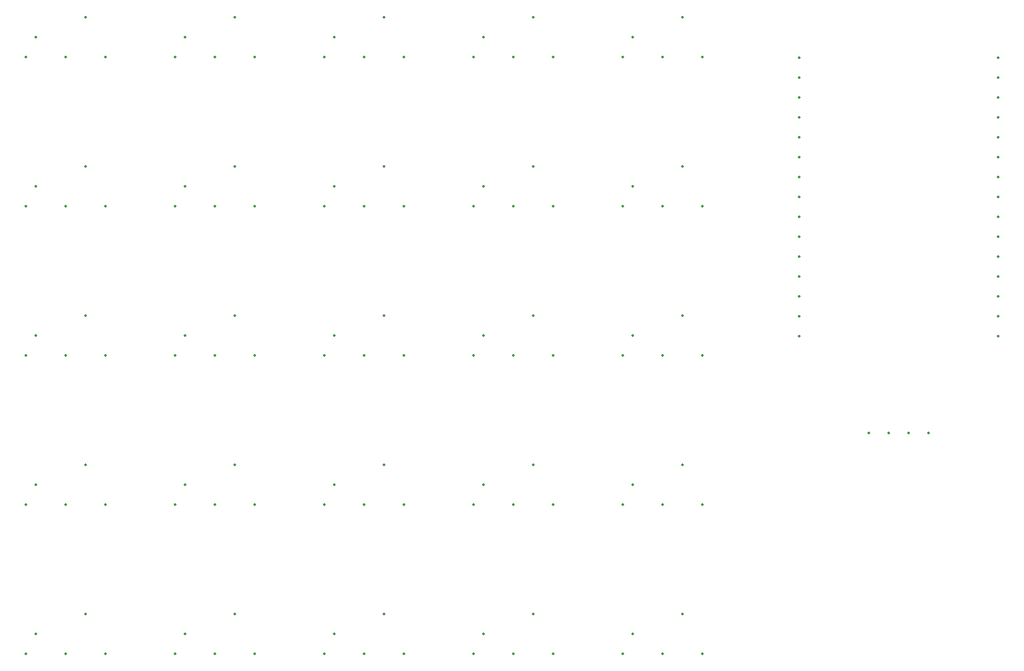
<source format=gbo>
%TF.GenerationSoftware,KiCad,Pcbnew,8.0.6*%
%TF.CreationDate,2024-10-21T09:58:38+07:00*%
%TF.ProjectId,CaiPad25_ESP32,43616950-6164-4323-955f-45535033322e,rev?*%
%TF.SameCoordinates,Original*%
%TF.FileFunction,Legend,Bot*%
%TF.FilePolarity,Positive*%
%FSLAX46Y46*%
G04 Gerber Fmt 4.6, Leading zero omitted, Abs format (unit mm)*
G04 Created by KiCad (PCBNEW 8.0.6) date 2024-10-21 09:58:38*
%MOMM*%
%LPD*%
G01*
G04 APERTURE LIST*
%ADD10C,0.350000*%
G04 APERTURE END LIST*
D10*
X61595000Y-66675000D03*
X66675000Y-66675000D03*
X71755000Y-66675000D03*
X62865000Y-64135000D03*
X69215000Y-61595000D03*
X61595000Y-85725000D03*
X66675000Y-85725000D03*
X71755000Y-85725000D03*
X62865000Y-83185000D03*
X69215000Y-80645000D03*
X99695000Y-47625000D03*
X104775000Y-47625000D03*
X109855000Y-47625000D03*
X100965000Y-45085000D03*
X107315000Y-42545000D03*
X42545000Y-104775000D03*
X47625000Y-104775000D03*
X52705000Y-104775000D03*
X43815000Y-102235000D03*
X50165000Y-99695000D03*
X99695000Y-85725000D03*
X104775000Y-85725000D03*
X109855000Y-85725000D03*
X100965000Y-83185000D03*
X107315000Y-80645000D03*
X42545000Y-123825000D03*
X47625000Y-123825000D03*
X52705000Y-123825000D03*
X43815000Y-121285000D03*
X50165000Y-118745000D03*
X118745000Y-47625000D03*
X123825000Y-47625000D03*
X128905000Y-47625000D03*
X120015000Y-45085000D03*
X126365000Y-42545000D03*
X80645000Y-47625000D03*
X85725000Y-47625000D03*
X90805000Y-47625000D03*
X81915000Y-45085000D03*
X88265000Y-42545000D03*
X42545000Y-47625000D03*
X47625000Y-47625000D03*
X52705000Y-47625000D03*
X43815000Y-45085000D03*
X50165000Y-42545000D03*
X80645000Y-85725000D03*
X85725000Y-85725000D03*
X90805000Y-85725000D03*
X81915000Y-83185000D03*
X88265000Y-80645000D03*
X42545000Y-85725000D03*
X47625000Y-85725000D03*
X52705000Y-85725000D03*
X43815000Y-83185000D03*
X50165000Y-80645000D03*
X61595000Y-123825000D03*
X66675000Y-123825000D03*
X71755000Y-123825000D03*
X62865000Y-121285000D03*
X69215000Y-118745000D03*
X61595000Y-104775000D03*
X66675000Y-104775000D03*
X71755000Y-104775000D03*
X62865000Y-102235000D03*
X69215000Y-99695000D03*
X61595000Y-47625000D03*
X66675000Y-47625000D03*
X71755000Y-47625000D03*
X62865000Y-45085000D03*
X69215000Y-42545000D03*
X99695000Y-123825000D03*
X104775000Y-123825000D03*
X109855000Y-123825000D03*
X100965000Y-121285000D03*
X107315000Y-118745000D03*
X99695000Y-66675000D03*
X104775000Y-66675000D03*
X109855000Y-66675000D03*
X100965000Y-64135000D03*
X107315000Y-61595000D03*
X118745000Y-104775000D03*
X123825000Y-104775000D03*
X128905000Y-104775000D03*
X120015000Y-102235000D03*
X126365000Y-99695000D03*
X80645000Y-104775000D03*
X85725000Y-104775000D03*
X90805000Y-104775000D03*
X81915000Y-102235000D03*
X88265000Y-99695000D03*
X118745000Y-123825000D03*
X123825000Y-123825000D03*
X128905000Y-123825000D03*
X120015000Y-121285000D03*
X126365000Y-118745000D03*
X80645000Y-66675000D03*
X85725000Y-66675000D03*
X90805000Y-66675000D03*
X81915000Y-64135000D03*
X88265000Y-61595000D03*
X80645000Y-123825000D03*
X85725000Y-123825000D03*
X90805000Y-123825000D03*
X81915000Y-121285000D03*
X88265000Y-118745000D03*
X166714214Y-83274214D03*
X166714214Y-80734214D03*
X166714214Y-78194214D03*
X166714214Y-75654214D03*
X166714214Y-73114214D03*
X166714214Y-70574214D03*
X166714214Y-68034214D03*
X166714214Y-65494214D03*
X166714214Y-62954214D03*
X166714214Y-60414214D03*
X166714214Y-57874214D03*
X166714214Y-55334214D03*
X166714214Y-52794214D03*
X166714214Y-50254214D03*
X166714214Y-47714214D03*
X141314214Y-47714214D03*
X141314214Y-50254214D03*
X141314214Y-52794214D03*
X141314214Y-55334214D03*
X141314214Y-57874214D03*
X141314214Y-60414214D03*
X141314214Y-62954214D03*
X141314214Y-65494214D03*
X141314214Y-68034214D03*
X141314214Y-70574214D03*
X141314214Y-73114214D03*
X141314214Y-75654214D03*
X141314214Y-78194214D03*
X141314214Y-80734214D03*
X141314214Y-83274214D03*
X118745000Y-66675000D03*
X123825000Y-66675000D03*
X128905000Y-66675000D03*
X120015000Y-64135000D03*
X126365000Y-61595000D03*
X118745000Y-85725000D03*
X123825000Y-85725000D03*
X128905000Y-85725000D03*
X120015000Y-83185000D03*
X126365000Y-80645000D03*
X99695000Y-104775000D03*
X104775000Y-104775000D03*
X109855000Y-104775000D03*
X100965000Y-102235000D03*
X107315000Y-99695000D03*
X42545000Y-66675000D03*
X47625000Y-66675000D03*
X52705000Y-66675000D03*
X43815000Y-64135000D03*
X50165000Y-61595000D03*
X150190000Y-95670000D03*
X152730000Y-95670000D03*
X155270000Y-95670000D03*
X157810000Y-95670000D03*
M02*

</source>
